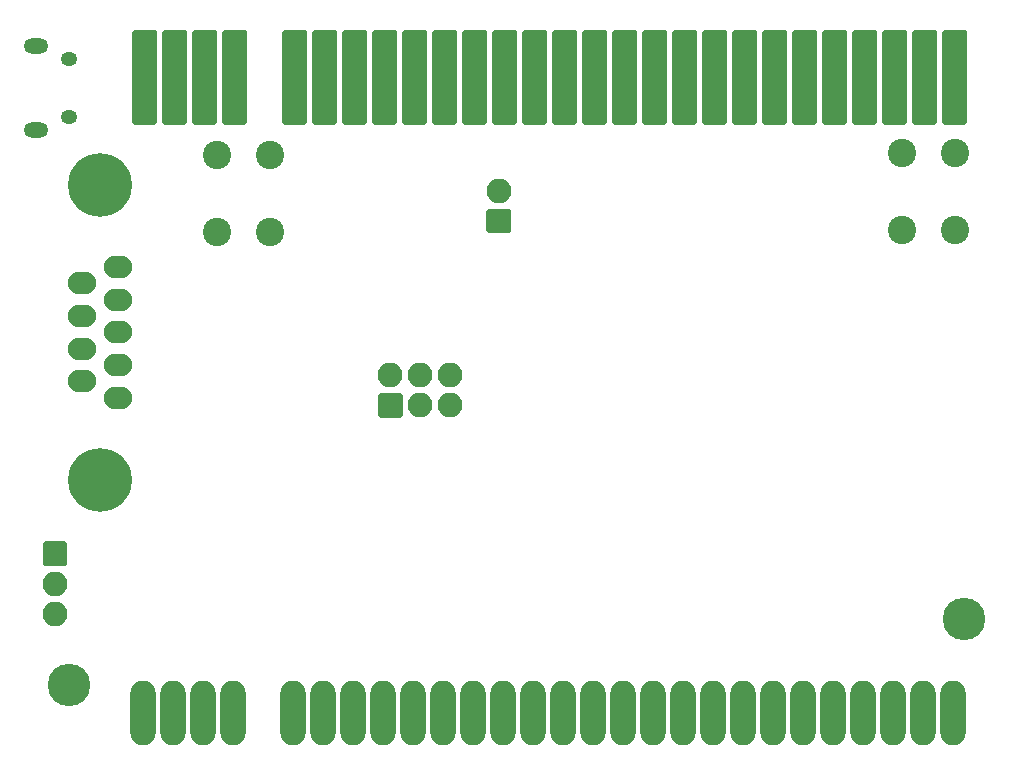
<source format=gbr>
G04 #@! TF.GenerationSoftware,KiCad,Pcbnew,(5.1.8)-1*
G04 #@! TF.CreationDate,2021-04-15T18:07:30+02:00*
G04 #@! TF.ProjectId,ZX Dandanator Mini 2.1b,5a582044-616e-4646-916e-61746f72204d,rev?*
G04 #@! TF.SameCoordinates,Original*
G04 #@! TF.FileFunction,Soldermask,Bot*
G04 #@! TF.FilePolarity,Negative*
%FSLAX46Y46*%
G04 Gerber Fmt 4.6, Leading zero omitted, Abs format (unit mm)*
G04 Created by KiCad (PCBNEW (5.1.8)-1) date 2021-04-15 18:07:30*
%MOMM*%
%LPD*%
G01*
G04 APERTURE LIST*
%ADD10O,2.100000X2.100000*%
%ADD11O,1.400000X1.200000*%
%ADD12O,2.100000X1.300000*%
%ADD13C,3.600000*%
%ADD14C,2.398980*%
%ADD15C,5.401260*%
%ADD16O,2.398980X1.901140*%
%ADD17O,2.178000X5.480000*%
G04 APERTURE END LIST*
D10*
X152458000Y-83667200D03*
G36*
G01*
X153508000Y-85357200D02*
X153508000Y-87057200D01*
G75*
G02*
X153308000Y-87257200I-200000J0D01*
G01*
X151608000Y-87257200D01*
G75*
G02*
X151408000Y-87057200I0J200000D01*
G01*
X151408000Y-85357200D01*
G75*
G02*
X151608000Y-85157200I200000J0D01*
G01*
X153308000Y-85157200D01*
G75*
G02*
X153508000Y-85357200I0J-200000D01*
G01*
G37*
X114894000Y-119446000D03*
X114894000Y-116906000D03*
G36*
G01*
X113844000Y-115216000D02*
X113844000Y-113516000D01*
G75*
G02*
X114044000Y-113316000I200000J0D01*
G01*
X115744000Y-113316000D01*
G75*
G02*
X115944000Y-113516000I0J-200000D01*
G01*
X115944000Y-115216000D01*
G75*
G02*
X115744000Y-115416000I-200000J0D01*
G01*
X114044000Y-115416000D01*
G75*
G02*
X113844000Y-115216000I0J200000D01*
G01*
G37*
D11*
X116067000Y-77364800D03*
X116067000Y-72514800D03*
D12*
X113317000Y-78514800D03*
X113317000Y-71364800D03*
D13*
X191851000Y-119860000D03*
X116032000Y-125448000D03*
D10*
X148363000Y-99256000D03*
X148363000Y-101796000D03*
X145823000Y-99256000D03*
X145823000Y-101796000D03*
X143283000Y-99256000D03*
G36*
G01*
X144133000Y-102846000D02*
X142433000Y-102846000D01*
G75*
G02*
X142233000Y-102646000I0J200000D01*
G01*
X142233000Y-100946000D01*
G75*
G02*
X142433000Y-100746000I200000J0D01*
G01*
X144133000Y-100746000D01*
G75*
G02*
X144333000Y-100946000I0J-200000D01*
G01*
X144333000Y-102646000D01*
G75*
G02*
X144133000Y-102846000I-200000J0D01*
G01*
G37*
G36*
G01*
X189967000Y-77851001D02*
X189967000Y-70230999D01*
G75*
G02*
X190166999Y-70031000I199999J0D01*
G01*
X191945001Y-70031000D01*
G75*
G02*
X192145000Y-70230999I0J-199999D01*
G01*
X192145000Y-77851001D01*
G75*
G02*
X191945001Y-78051000I-199999J0D01*
G01*
X190166999Y-78051000D01*
G75*
G02*
X189967000Y-77851001I0J199999D01*
G01*
G37*
G36*
G01*
X187427000Y-77851001D02*
X187427000Y-70230999D01*
G75*
G02*
X187626999Y-70031000I199999J0D01*
G01*
X189405001Y-70031000D01*
G75*
G02*
X189605000Y-70230999I0J-199999D01*
G01*
X189605000Y-77851001D01*
G75*
G02*
X189405001Y-78051000I-199999J0D01*
G01*
X187626999Y-78051000D01*
G75*
G02*
X187427000Y-77851001I0J199999D01*
G01*
G37*
G36*
G01*
X184887000Y-77851001D02*
X184887000Y-70230999D01*
G75*
G02*
X185086999Y-70031000I199999J0D01*
G01*
X186865001Y-70031000D01*
G75*
G02*
X187065000Y-70230999I0J-199999D01*
G01*
X187065000Y-77851001D01*
G75*
G02*
X186865001Y-78051000I-199999J0D01*
G01*
X185086999Y-78051000D01*
G75*
G02*
X184887000Y-77851001I0J199999D01*
G01*
G37*
G36*
G01*
X182347000Y-77851001D02*
X182347000Y-70230999D01*
G75*
G02*
X182546999Y-70031000I199999J0D01*
G01*
X184325001Y-70031000D01*
G75*
G02*
X184525000Y-70230999I0J-199999D01*
G01*
X184525000Y-77851001D01*
G75*
G02*
X184325001Y-78051000I-199999J0D01*
G01*
X182546999Y-78051000D01*
G75*
G02*
X182347000Y-77851001I0J199999D01*
G01*
G37*
G36*
G01*
X179807000Y-77851001D02*
X179807000Y-70230999D01*
G75*
G02*
X180006999Y-70031000I199999J0D01*
G01*
X181785001Y-70031000D01*
G75*
G02*
X181985000Y-70230999I0J-199999D01*
G01*
X181985000Y-77851001D01*
G75*
G02*
X181785001Y-78051000I-199999J0D01*
G01*
X180006999Y-78051000D01*
G75*
G02*
X179807000Y-77851001I0J199999D01*
G01*
G37*
G36*
G01*
X177267000Y-77851001D02*
X177267000Y-70230999D01*
G75*
G02*
X177466999Y-70031000I199999J0D01*
G01*
X179245001Y-70031000D01*
G75*
G02*
X179445000Y-70230999I0J-199999D01*
G01*
X179445000Y-77851001D01*
G75*
G02*
X179245001Y-78051000I-199999J0D01*
G01*
X177466999Y-78051000D01*
G75*
G02*
X177267000Y-77851001I0J199999D01*
G01*
G37*
G36*
G01*
X174727000Y-77851001D02*
X174727000Y-70230999D01*
G75*
G02*
X174926999Y-70031000I199999J0D01*
G01*
X176705001Y-70031000D01*
G75*
G02*
X176905000Y-70230999I0J-199999D01*
G01*
X176905000Y-77851001D01*
G75*
G02*
X176705001Y-78051000I-199999J0D01*
G01*
X174926999Y-78051000D01*
G75*
G02*
X174727000Y-77851001I0J199999D01*
G01*
G37*
G36*
G01*
X172187000Y-77851001D02*
X172187000Y-70230999D01*
G75*
G02*
X172386999Y-70031000I199999J0D01*
G01*
X174165001Y-70031000D01*
G75*
G02*
X174365000Y-70230999I0J-199999D01*
G01*
X174365000Y-77851001D01*
G75*
G02*
X174165001Y-78051000I-199999J0D01*
G01*
X172386999Y-78051000D01*
G75*
G02*
X172187000Y-77851001I0J199999D01*
G01*
G37*
G36*
G01*
X169647000Y-77851001D02*
X169647000Y-70230999D01*
G75*
G02*
X169846999Y-70031000I199999J0D01*
G01*
X171625001Y-70031000D01*
G75*
G02*
X171825000Y-70230999I0J-199999D01*
G01*
X171825000Y-77851001D01*
G75*
G02*
X171625001Y-78051000I-199999J0D01*
G01*
X169846999Y-78051000D01*
G75*
G02*
X169647000Y-77851001I0J199999D01*
G01*
G37*
G36*
G01*
X167107000Y-77851001D02*
X167107000Y-70230999D01*
G75*
G02*
X167306999Y-70031000I199999J0D01*
G01*
X169085001Y-70031000D01*
G75*
G02*
X169285000Y-70230999I0J-199999D01*
G01*
X169285000Y-77851001D01*
G75*
G02*
X169085001Y-78051000I-199999J0D01*
G01*
X167306999Y-78051000D01*
G75*
G02*
X167107000Y-77851001I0J199999D01*
G01*
G37*
G36*
G01*
X164567000Y-77851001D02*
X164567000Y-70230999D01*
G75*
G02*
X164766999Y-70031000I199999J0D01*
G01*
X166545001Y-70031000D01*
G75*
G02*
X166745000Y-70230999I0J-199999D01*
G01*
X166745000Y-77851001D01*
G75*
G02*
X166545001Y-78051000I-199999J0D01*
G01*
X164766999Y-78051000D01*
G75*
G02*
X164567000Y-77851001I0J199999D01*
G01*
G37*
G36*
G01*
X162027000Y-77851001D02*
X162027000Y-70230999D01*
G75*
G02*
X162226999Y-70031000I199999J0D01*
G01*
X164005001Y-70031000D01*
G75*
G02*
X164205000Y-70230999I0J-199999D01*
G01*
X164205000Y-77851001D01*
G75*
G02*
X164005001Y-78051000I-199999J0D01*
G01*
X162226999Y-78051000D01*
G75*
G02*
X162027000Y-77851001I0J199999D01*
G01*
G37*
G36*
G01*
X159487000Y-77851001D02*
X159487000Y-70230999D01*
G75*
G02*
X159686999Y-70031000I199999J0D01*
G01*
X161465001Y-70031000D01*
G75*
G02*
X161665000Y-70230999I0J-199999D01*
G01*
X161665000Y-77851001D01*
G75*
G02*
X161465001Y-78051000I-199999J0D01*
G01*
X159686999Y-78051000D01*
G75*
G02*
X159487000Y-77851001I0J199999D01*
G01*
G37*
G36*
G01*
X156947000Y-77851001D02*
X156947000Y-70230999D01*
G75*
G02*
X157146999Y-70031000I199999J0D01*
G01*
X158925001Y-70031000D01*
G75*
G02*
X159125000Y-70230999I0J-199999D01*
G01*
X159125000Y-77851001D01*
G75*
G02*
X158925001Y-78051000I-199999J0D01*
G01*
X157146999Y-78051000D01*
G75*
G02*
X156947000Y-77851001I0J199999D01*
G01*
G37*
G36*
G01*
X154407000Y-77851001D02*
X154407000Y-70230999D01*
G75*
G02*
X154606999Y-70031000I199999J0D01*
G01*
X156385001Y-70031000D01*
G75*
G02*
X156585000Y-70230999I0J-199999D01*
G01*
X156585000Y-77851001D01*
G75*
G02*
X156385001Y-78051000I-199999J0D01*
G01*
X154606999Y-78051000D01*
G75*
G02*
X154407000Y-77851001I0J199999D01*
G01*
G37*
G36*
G01*
X151867000Y-77851001D02*
X151867000Y-70230999D01*
G75*
G02*
X152066999Y-70031000I199999J0D01*
G01*
X153845001Y-70031000D01*
G75*
G02*
X154045000Y-70230999I0J-199999D01*
G01*
X154045000Y-77851001D01*
G75*
G02*
X153845001Y-78051000I-199999J0D01*
G01*
X152066999Y-78051000D01*
G75*
G02*
X151867000Y-77851001I0J199999D01*
G01*
G37*
G36*
G01*
X149327000Y-77851001D02*
X149327000Y-70230999D01*
G75*
G02*
X149526999Y-70031000I199999J0D01*
G01*
X151305001Y-70031000D01*
G75*
G02*
X151505000Y-70230999I0J-199999D01*
G01*
X151505000Y-77851001D01*
G75*
G02*
X151305001Y-78051000I-199999J0D01*
G01*
X149526999Y-78051000D01*
G75*
G02*
X149327000Y-77851001I0J199999D01*
G01*
G37*
G36*
G01*
X146787000Y-77851001D02*
X146787000Y-70230999D01*
G75*
G02*
X146986999Y-70031000I199999J0D01*
G01*
X148765001Y-70031000D01*
G75*
G02*
X148965000Y-70230999I0J-199999D01*
G01*
X148965000Y-77851001D01*
G75*
G02*
X148765001Y-78051000I-199999J0D01*
G01*
X146986999Y-78051000D01*
G75*
G02*
X146787000Y-77851001I0J199999D01*
G01*
G37*
G36*
G01*
X144247000Y-77851001D02*
X144247000Y-70230999D01*
G75*
G02*
X144446999Y-70031000I199999J0D01*
G01*
X146225001Y-70031000D01*
G75*
G02*
X146425000Y-70230999I0J-199999D01*
G01*
X146425000Y-77851001D01*
G75*
G02*
X146225001Y-78051000I-199999J0D01*
G01*
X144446999Y-78051000D01*
G75*
G02*
X144247000Y-77851001I0J199999D01*
G01*
G37*
G36*
G01*
X141707000Y-77851001D02*
X141707000Y-70230999D01*
G75*
G02*
X141906999Y-70031000I199999J0D01*
G01*
X143685001Y-70031000D01*
G75*
G02*
X143885000Y-70230999I0J-199999D01*
G01*
X143885000Y-77851001D01*
G75*
G02*
X143685001Y-78051000I-199999J0D01*
G01*
X141906999Y-78051000D01*
G75*
G02*
X141707000Y-77851001I0J199999D01*
G01*
G37*
G36*
G01*
X139167000Y-77851001D02*
X139167000Y-70230999D01*
G75*
G02*
X139366999Y-70031000I199999J0D01*
G01*
X141145001Y-70031000D01*
G75*
G02*
X141345000Y-70230999I0J-199999D01*
G01*
X141345000Y-77851001D01*
G75*
G02*
X141145001Y-78051000I-199999J0D01*
G01*
X139366999Y-78051000D01*
G75*
G02*
X139167000Y-77851001I0J199999D01*
G01*
G37*
G36*
G01*
X136627000Y-77851001D02*
X136627000Y-70230999D01*
G75*
G02*
X136826999Y-70031000I199999J0D01*
G01*
X138605001Y-70031000D01*
G75*
G02*
X138805000Y-70230999I0J-199999D01*
G01*
X138805000Y-77851001D01*
G75*
G02*
X138605001Y-78051000I-199999J0D01*
G01*
X136826999Y-78051000D01*
G75*
G02*
X136627000Y-77851001I0J199999D01*
G01*
G37*
G36*
G01*
X134087000Y-77851001D02*
X134087000Y-70230999D01*
G75*
G02*
X134286999Y-70031000I199999J0D01*
G01*
X136065001Y-70031000D01*
G75*
G02*
X136265000Y-70230999I0J-199999D01*
G01*
X136265000Y-77851001D01*
G75*
G02*
X136065001Y-78051000I-199999J0D01*
G01*
X134286999Y-78051000D01*
G75*
G02*
X134087000Y-77851001I0J199999D01*
G01*
G37*
G36*
G01*
X129007000Y-77851001D02*
X129007000Y-70230999D01*
G75*
G02*
X129206999Y-70031000I199999J0D01*
G01*
X130985001Y-70031000D01*
G75*
G02*
X131185000Y-70230999I0J-199999D01*
G01*
X131185000Y-77851001D01*
G75*
G02*
X130985001Y-78051000I-199999J0D01*
G01*
X129206999Y-78051000D01*
G75*
G02*
X129007000Y-77851001I0J199999D01*
G01*
G37*
G36*
G01*
X126467000Y-77851001D02*
X126467000Y-70230999D01*
G75*
G02*
X126666999Y-70031000I199999J0D01*
G01*
X128445001Y-70031000D01*
G75*
G02*
X128645000Y-70230999I0J-199999D01*
G01*
X128645000Y-77851001D01*
G75*
G02*
X128445001Y-78051000I-199999J0D01*
G01*
X126666999Y-78051000D01*
G75*
G02*
X126467000Y-77851001I0J199999D01*
G01*
G37*
G36*
G01*
X123927000Y-77851001D02*
X123927000Y-70230999D01*
G75*
G02*
X124126999Y-70031000I199999J0D01*
G01*
X125905001Y-70031000D01*
G75*
G02*
X126105000Y-70230999I0J-199999D01*
G01*
X126105000Y-77851001D01*
G75*
G02*
X125905001Y-78051000I-199999J0D01*
G01*
X124126999Y-78051000D01*
G75*
G02*
X123927000Y-77851001I0J199999D01*
G01*
G37*
G36*
G01*
X121387000Y-77851001D02*
X121387000Y-70230999D01*
G75*
G02*
X121586999Y-70031000I199999J0D01*
G01*
X123365001Y-70031000D01*
G75*
G02*
X123565000Y-70230999I0J-199999D01*
G01*
X123565000Y-77851001D01*
G75*
G02*
X123365001Y-78051000I-199999J0D01*
G01*
X121586999Y-78051000D01*
G75*
G02*
X121387000Y-77851001I0J199999D01*
G01*
G37*
D14*
X186585560Y-86959000D03*
X191086440Y-80456600D03*
X191086440Y-86959000D03*
X186585560Y-80456600D03*
D15*
X118714000Y-83128740D03*
D16*
X117195080Y-99778440D03*
X117195080Y-97007300D03*
X117195080Y-94238700D03*
X117195080Y-91467560D03*
X120232920Y-90083260D03*
X120232920Y-92851860D03*
X120232920Y-101162740D03*
X120232920Y-98394140D03*
X120232920Y-95623000D03*
D15*
X118714000Y-108117260D03*
D17*
X190932000Y-127892000D03*
X188392000Y-127892000D03*
X185852000Y-127892000D03*
X183312000Y-127892000D03*
X180772000Y-127892000D03*
X178232000Y-127892000D03*
X175692000Y-127892000D03*
X173152000Y-127892000D03*
X170612000Y-127892000D03*
X168072000Y-127892000D03*
X165532000Y-127892000D03*
X162992000Y-127892000D03*
X160452000Y-127892000D03*
X157912000Y-127892000D03*
X155372000Y-127892000D03*
X152832000Y-127892000D03*
X150292000Y-127892000D03*
X147752000Y-127892000D03*
X145212000Y-127892000D03*
X142672000Y-127892000D03*
X140132000Y-127892000D03*
X137592000Y-127892000D03*
X135052000Y-127892000D03*
X129972000Y-127892000D03*
X127432000Y-127892000D03*
X124892000Y-127892000D03*
X122352000Y-127892000D03*
D14*
X128605560Y-87126200D03*
X133106440Y-80623800D03*
X133106440Y-87126200D03*
X128605560Y-80623800D03*
M02*

</source>
